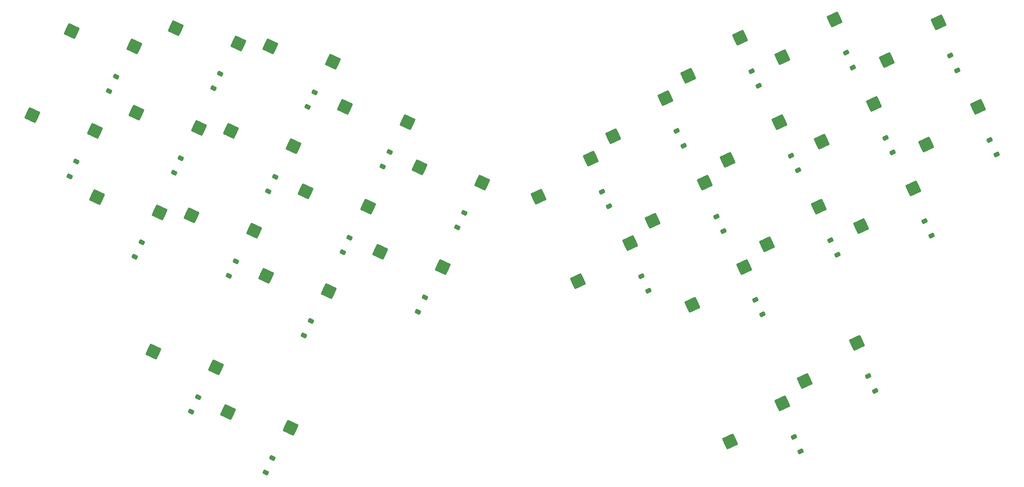
<source format=gbp>
G04 #@! TF.GenerationSoftware,KiCad,Pcbnew,7.0.1*
G04 #@! TF.CreationDate,2024-05-26T16:47:26-04:00*
G04 #@! TF.ProjectId,30,33302e6b-6963-4616-945f-706362585858,rev?*
G04 #@! TF.SameCoordinates,Original*
G04 #@! TF.FileFunction,Paste,Bot*
G04 #@! TF.FilePolarity,Positive*
%FSLAX46Y46*%
G04 Gerber Fmt 4.6, Leading zero omitted, Abs format (unit mm)*
G04 Created by KiCad (PCBNEW 7.0.1) date 2024-05-26 16:47:26*
%MOMM*%
%LPD*%
G01*
G04 APERTURE LIST*
G04 Aperture macros list*
%AMRoundRect*
0 Rectangle with rounded corners*
0 $1 Rounding radius*
0 $2 $3 $4 $5 $6 $7 $8 $9 X,Y pos of 4 corners*
0 Add a 4 corners polygon primitive as box body*
4,1,4,$2,$3,$4,$5,$6,$7,$8,$9,$2,$3,0*
0 Add four circle primitives for the rounded corners*
1,1,$1+$1,$2,$3*
1,1,$1+$1,$4,$5*
1,1,$1+$1,$6,$7*
1,1,$1+$1,$8,$9*
0 Add four rect primitives between the rounded corners*
20,1,$1+$1,$2,$3,$4,$5,0*
20,1,$1+$1,$4,$5,$6,$7,0*
20,1,$1+$1,$6,$7,$8,$9,0*
20,1,$1+$1,$8,$9,$2,$3,0*%
G04 Aperture macros list end*
%ADD10RoundRect,0.250000X-0.506347X-1.339492X1.351584X-0.473124X0.506347X1.339492X-1.351584X0.473124X0*%
%ADD11RoundRect,0.250000X-1.351584X-0.473124X0.506347X-1.339492X1.351584X0.473124X-0.506347X1.339492X0*%
%ADD12RoundRect,0.225000X0.434955X-0.045437X0.244776X0.362401X-0.434955X0.045437X-0.244776X-0.362401X0*%
%ADD13RoundRect,0.225000X0.244776X-0.362401X0.434955X0.045437X-0.244776X0.362401X-0.434955X-0.045437X0*%
G04 APERTURE END LIST*
D10*
X182246745Y-104579589D03*
X192889135Y-96814381D03*
X166994301Y-116946758D03*
X177636691Y-109181550D03*
D11*
X64471147Y-110955947D03*
X77260438Y-114117111D03*
X49218703Y-98588778D03*
X62007994Y-101749942D03*
D10*
X193764602Y-72934537D03*
X204406992Y-65169329D03*
X174486719Y-76669124D03*
X185129109Y-68903916D03*
X159234275Y-89036293D03*
X169876665Y-81271085D03*
D11*
X72231173Y-83045482D03*
X85020464Y-86206646D03*
X56978729Y-70678313D03*
X69768020Y-73839477D03*
X37700846Y-66943726D03*
X50490137Y-70104890D03*
D10*
X207004326Y-56251078D03*
X217646716Y-48485870D03*
X185713724Y-55669374D03*
X196356114Y-47904166D03*
X166435841Y-59403961D03*
X177078231Y-51638753D03*
X151183397Y-71771130D03*
X161825787Y-64005922D03*
X135930953Y-84138299D03*
X146573343Y-76373091D03*
D11*
X95534495Y-78147488D03*
X108323786Y-81308652D03*
X80282051Y-65780319D03*
X93071342Y-68941483D03*
X65029607Y-53413150D03*
X77818898Y-56574314D03*
X45751724Y-49678563D03*
X58541015Y-52839727D03*
X24461122Y-50260267D03*
X37250413Y-53421431D03*
D10*
X198953448Y-38985914D03*
X209595838Y-31220706D03*
X177662846Y-38404211D03*
X188305236Y-30639003D03*
X158384963Y-42138798D03*
X169027353Y-34373590D03*
X143132519Y-54505966D03*
X153774909Y-46740758D03*
X127880075Y-66873135D03*
X138522465Y-59107927D03*
D11*
X103585373Y-60882324D03*
X116374664Y-64043488D03*
X88332929Y-48515155D03*
X101122220Y-51676319D03*
X73080485Y-36147987D03*
X85869776Y-39309151D03*
X53802602Y-32413400D03*
X66591893Y-35574564D03*
X32512000Y-32995103D03*
X45301291Y-36156267D03*
D12*
X196599252Y-106573799D03*
X195204612Y-103582983D03*
X181373645Y-118998518D03*
X179979005Y-116007702D03*
D13*
X72142271Y-123290010D03*
X73536911Y-120299194D03*
X56916664Y-110865290D03*
X58311304Y-107874474D03*
D12*
X208090273Y-74871197D03*
X206695633Y-71880381D03*
X188892899Y-78778435D03*
X187498259Y-75787619D03*
X173559946Y-90972952D03*
X172165306Y-87982136D03*
D13*
X79955970Y-95264444D03*
X81350610Y-92273628D03*
X64623017Y-83069927D03*
X66017657Y-80079111D03*
X45425643Y-79162688D03*
X46820283Y-76171872D03*
D12*
X221383670Y-58302838D03*
X219989030Y-55312022D03*
X200146740Y-57836235D03*
X198752100Y-54845419D03*
X180842021Y-61513272D03*
X179447381Y-58522456D03*
X165616413Y-73937991D03*
X164221773Y-70947175D03*
X150283461Y-86132508D03*
X148888821Y-83141692D03*
D13*
X103232455Y-90424000D03*
X104627095Y-87433184D03*
X87899503Y-78229483D03*
X89294143Y-75238667D03*
X72673895Y-65804764D03*
X74068535Y-62813948D03*
X53422426Y-62013532D03*
X54817066Y-59022716D03*
X32078996Y-62708524D03*
X33473636Y-59717708D03*
D12*
X213332792Y-41037675D03*
X211938152Y-38046859D03*
X192042612Y-40456877D03*
X190647972Y-37466061D03*
X172791143Y-44248109D03*
X171396503Y-41257293D03*
X157458190Y-56442626D03*
X156063550Y-53451810D03*
X140837943Y-65876529D03*
X142232583Y-68867345D03*
D13*
X111283333Y-73158837D03*
X112677973Y-70168021D03*
X96057726Y-60734117D03*
X97452366Y-57743301D03*
X80724773Y-48539600D03*
X82119413Y-45548784D03*
X61473304Y-44748369D03*
X62867944Y-41757553D03*
X40183124Y-45329166D03*
X41577764Y-42338350D03*
M02*

</source>
